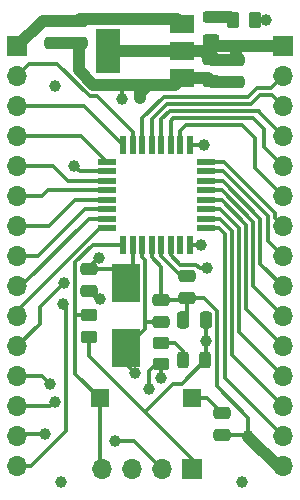
<source format=gbr>
%TF.GenerationSoftware,KiCad,Pcbnew,(6.0.2)*%
%TF.CreationDate,2022-05-10T09:18:46+02:00*%
%TF.ProjectId,STM8_Breakout-board,53544d38-5f42-4726-9561-6b6f75742d62,rev?*%
%TF.SameCoordinates,PX7e5ca20PY62fdcc0*%
%TF.FileFunction,Copper,L1,Top*%
%TF.FilePolarity,Positive*%
%FSLAX46Y46*%
G04 Gerber Fmt 4.6, Leading zero omitted, Abs format (unit mm)*
G04 Created by KiCad (PCBNEW (6.0.2)) date 2022-05-10 09:18:46*
%MOMM*%
%LPD*%
G01*
G04 APERTURE LIST*
G04 Aperture macros list*
%AMRoundRect*
0 Rectangle with rounded corners*
0 $1 Rounding radius*
0 $2 $3 $4 $5 $6 $7 $8 $9 X,Y pos of 4 corners*
0 Add a 4 corners polygon primitive as box body*
4,1,4,$2,$3,$4,$5,$6,$7,$8,$9,$2,$3,0*
0 Add four circle primitives for the rounded corners*
1,1,$1+$1,$2,$3*
1,1,$1+$1,$4,$5*
1,1,$1+$1,$6,$7*
1,1,$1+$1,$8,$9*
0 Add four rect primitives between the rounded corners*
20,1,$1+$1,$2,$3,$4,$5,0*
20,1,$1+$1,$4,$5,$6,$7,0*
20,1,$1+$1,$6,$7,$8,$9,0*
20,1,$1+$1,$8,$9,$2,$3,0*%
G04 Aperture macros list end*
%TA.AperFunction,SMDPad,CuDef*%
%ADD10C,1.000000*%
%TD*%
%TA.AperFunction,SMDPad,CuDef*%
%ADD11RoundRect,0.250000X-0.450000X0.262500X-0.450000X-0.262500X0.450000X-0.262500X0.450000X0.262500X0*%
%TD*%
%TA.AperFunction,SMDPad,CuDef*%
%ADD12RoundRect,0.250000X-0.475000X0.250000X-0.475000X-0.250000X0.475000X-0.250000X0.475000X0.250000X0*%
%TD*%
%TA.AperFunction,SMDPad,CuDef*%
%ADD13RoundRect,0.243750X-0.243750X-0.456250X0.243750X-0.456250X0.243750X0.456250X-0.243750X0.456250X0*%
%TD*%
%TA.AperFunction,SMDPad,CuDef*%
%ADD14RoundRect,0.250000X0.450000X-0.262500X0.450000X0.262500X-0.450000X0.262500X-0.450000X-0.262500X0*%
%TD*%
%TA.AperFunction,SMDPad,CuDef*%
%ADD15RoundRect,0.250000X-0.262500X-0.450000X0.262500X-0.450000X0.262500X0.450000X-0.262500X0.450000X0*%
%TD*%
%TA.AperFunction,SMDPad,CuDef*%
%ADD16RoundRect,0.243750X-0.456250X0.243750X-0.456250X-0.243750X0.456250X-0.243750X0.456250X0.243750X0*%
%TD*%
%TA.AperFunction,SMDPad,CuDef*%
%ADD17R,0.550000X1.500000*%
%TD*%
%TA.AperFunction,SMDPad,CuDef*%
%ADD18R,1.500000X0.550000*%
%TD*%
%TA.AperFunction,SMDPad,CuDef*%
%ADD19RoundRect,0.250000X0.250000X0.475000X-0.250000X0.475000X-0.250000X-0.475000X0.250000X-0.475000X0*%
%TD*%
%TA.AperFunction,SMDPad,CuDef*%
%ADD20R,2.000000X1.500000*%
%TD*%
%TA.AperFunction,SMDPad,CuDef*%
%ADD21R,2.000000X3.800000*%
%TD*%
%TA.AperFunction,SMDPad,CuDef*%
%ADD22RoundRect,0.250000X0.475000X-0.250000X0.475000X0.250000X-0.475000X0.250000X-0.475000X-0.250000X0*%
%TD*%
%TA.AperFunction,SMDPad,CuDef*%
%ADD23R,1.500000X1.500000*%
%TD*%
%TA.AperFunction,SMDPad,CuDef*%
%ADD24R,2.400000X3.325000*%
%TD*%
%TA.AperFunction,ComponentPad*%
%ADD25R,1.700000X1.700000*%
%TD*%
%TA.AperFunction,ComponentPad*%
%ADD26O,1.700000X1.700000*%
%TD*%
%TA.AperFunction,ViaPad*%
%ADD27C,1.000000*%
%TD*%
%TA.AperFunction,Conductor*%
%ADD28C,0.300000*%
%TD*%
%TA.AperFunction,Conductor*%
%ADD29C,1.000000*%
%TD*%
G04 APERTURE END LIST*
D10*
%TO.P,FID3,*%
%TO.N,*%
X20510000Y1490000D03*
%TD*%
%TO.P,FID2,*%
%TO.N,*%
X4740000Y35000000D03*
%TD*%
%TO.P,FID1,*%
%TO.N,*%
X5220000Y1490000D03*
%TD*%
D11*
%TO.P,R3,1*%
%TO.N,Net-(D2-Pad1)*%
X13700000Y13312500D03*
%TO.P,R3,2*%
%TO.N,PE5*%
X13700000Y11487500D03*
%TD*%
D12*
%TO.P,C7,1*%
%TO.N,+5V*%
X4500000Y40550000D03*
%TO.P,C7,2*%
%TO.N,GND*%
X4500000Y38650000D03*
%TD*%
D13*
%TO.P,D2,1,K*%
%TO.N,Net-(D2-Pad1)*%
X15562500Y11800000D03*
%TO.P,D2,2,A*%
%TO.N,+3V3*%
X17437500Y11800000D03*
%TD*%
D14*
%TO.P,R1,1*%
%TO.N,+3V3*%
X7600000Y13800000D03*
%TO.P,R1,2*%
%TO.N,NRST*%
X7600000Y15625000D03*
%TD*%
D15*
%TO.P,R2,1*%
%TO.N,Net-(D1-Pad1)*%
X19787500Y40600000D03*
%TO.P,R2,2*%
%TO.N,GND*%
X21612500Y40600000D03*
%TD*%
D12*
%TO.P,C2,1*%
%TO.N,XTAL_A*%
X7600000Y19550000D03*
%TO.P,C2,2*%
%TO.N,GND*%
X7600000Y17650000D03*
%TD*%
%TO.P,C6,1*%
%TO.N,+5V*%
X6700000Y40550000D03*
%TO.P,C6,2*%
%TO.N,GND*%
X6700000Y38650000D03*
%TD*%
%TO.P,C8,1*%
%TO.N,+3V3*%
X17900000Y37350000D03*
%TO.P,C8,2*%
%TO.N,GND*%
X17900000Y35450000D03*
%TD*%
D16*
%TO.P,D1,1,K*%
%TO.N,Net-(D1-Pad1)*%
X17900000Y40837500D03*
%TO.P,D1,2,A*%
%TO.N,+3V3*%
X17900000Y38962500D03*
%TD*%
D12*
%TO.P,C1,1*%
%TO.N,Net-(C1-Pad1)*%
X18800000Y7350000D03*
%TO.P,C1,2*%
%TO.N,GND*%
X18800000Y5450000D03*
%TD*%
D17*
%TO.P,U1,1,NRST*%
%TO.N,NRST*%
X10500000Y21600000D03*
%TO.P,U1,2,OSCIN/PA1*%
%TO.N,XTAL_A*%
X11300000Y21600000D03*
%TO.P,U1,3,OSCOUT/PA2*%
%TO.N,XTAL_B*%
X12100000Y21600000D03*
%TO.P,U1,4,VSS*%
%TO.N,GND*%
X12900000Y21600000D03*
%TO.P,U1,5,VCAP*%
%TO.N,Net-(C4-Pad1)*%
X13700000Y21600000D03*
%TO.P,U1,6,VDD*%
%TO.N,+3V3*%
X14500000Y21600000D03*
%TO.P,U1,7,PA3/TIM2_CH3[SPI_NSS]*%
%TO.N,unconnected-(U1-Pad7)*%
X15300000Y21600000D03*
%TO.P,U1,8,PF4*%
%TO.N,PF4*%
X16100000Y21600000D03*
D18*
%TO.P,U1,9,PB7*%
%TO.N,PB7*%
X17500000Y23000000D03*
%TO.P,U1,10,PB6*%
%TO.N,PB6*%
X17500000Y23800000D03*
%TO.P,U1,11,PB5/I2C_SDA*%
%TO.N,PB5*%
X17500000Y24600000D03*
%TO.P,U1,12,PB4/I2C_SCL*%
%TO.N,PB4*%
X17500000Y25400000D03*
%TO.P,U1,13,PB3/AIN3/TIM1_ETR*%
%TO.N,PB3*%
X17500000Y26200000D03*
%TO.P,U1,14,PB2/AIN2/TIM1_CH3N*%
%TO.N,PB2*%
X17500000Y27000000D03*
%TO.P,U1,15,PB1/AIN1/TIM1_CH2N*%
%TO.N,PB1*%
X17500000Y27800000D03*
%TO.P,U1,16,PB0/AIN0/TIM1_CH1N*%
%TO.N,PB0*%
X17500000Y28600000D03*
D17*
%TO.P,U1,17,PE5/SPI_NSS*%
%TO.N,PE5*%
X16100000Y30000000D03*
%TO.P,U1,18,PC1/TIM1_CH1/UART1_CK*%
%TO.N,PC1*%
X15300000Y30000000D03*
%TO.P,U1,19,PC2/TIM1_CH2*%
%TO.N,PC2*%
X14500000Y30000000D03*
%TO.P,U1,20,PC3/TIM1_CH3*%
%TO.N,PC3*%
X13700000Y30000000D03*
%TO.P,U1,21,PC4/TIM1_CH4/CLK_CCO*%
%TO.N,PC4*%
X12900000Y30000000D03*
%TO.P,U1,22,PC5/SPI_SCK*%
%TO.N,PC5*%
X12100000Y30000000D03*
%TO.P,U1,23,PC6/SPI_MOSI*%
%TO.N,PC6*%
X11300000Y30000000D03*
%TO.P,U1,24,PC7/SPI_MISO*%
%TO.N,PC7*%
X10500000Y30000000D03*
D18*
%TO.P,U1,25,PD0/TIM1_BKIN[CLK_CCO]*%
%TO.N,PD0*%
X9100000Y28600000D03*
%TO.P,U1,26,PD1/SWIM*%
%TO.N,SWIM*%
X9100000Y27800000D03*
%TO.P,U1,27,PD2[TIM2_CH3]*%
%TO.N,PD2*%
X9100000Y27000000D03*
%TO.P,U1,28,PD3/TIM2_CH2/ADC_ETR*%
%TO.N,PD3*%
X9100000Y26200000D03*
%TO.P,U1,29,PD4/BEEP/TIM2_CH1*%
%TO.N,PD4*%
X9100000Y25400000D03*
%TO.P,U1,30,PD5/UART1_TX*%
%TO.N,PD5*%
X9100000Y24600000D03*
%TO.P,U1,31,PD6/UART1_RX*%
%TO.N,PD6*%
X9100000Y23800000D03*
%TO.P,U1,32,PD7/TLI[TIM1_CH4]*%
%TO.N,PD7*%
X9100000Y23000000D03*
%TD*%
D19*
%TO.P,C5,1*%
%TO.N,+3V3*%
X17450000Y15200000D03*
%TO.P,C5,2*%
%TO.N,GND*%
X15550000Y15200000D03*
%TD*%
D20*
%TO.P,U2,1,GND*%
%TO.N,GND*%
X15450000Y35700000D03*
%TO.P,U2,2,VO*%
%TO.N,+3V3*%
X15450000Y38000000D03*
D21*
X9150000Y38000000D03*
D20*
%TO.P,U2,3,VI*%
%TO.N,+5V*%
X15450000Y40300000D03*
%TD*%
D12*
%TO.P,C9,1*%
%TO.N,+3V3*%
X20000000Y37250000D03*
%TO.P,C9,2*%
%TO.N,GND*%
X20000000Y35350000D03*
%TD*%
D22*
%TO.P,C3,1*%
%TO.N,XTAL_B*%
X13700000Y15050000D03*
%TO.P,C3,2*%
%TO.N,GND*%
X13700000Y16950000D03*
%TD*%
D23*
%TO.P,SW1,1,1*%
%TO.N,Net-(C1-Pad1)*%
X16300000Y8600000D03*
%TO.P,SW1,2,2*%
%TO.N,NRST*%
X8500000Y8600000D03*
%TD*%
D12*
%TO.P,C4,1*%
%TO.N,Net-(C4-Pad1)*%
X15900000Y18950000D03*
%TO.P,C4,2*%
%TO.N,GND*%
X15900000Y17050000D03*
%TD*%
D24*
%TO.P,Y1,1,1*%
%TO.N,XTAL_A*%
X10700000Y18362500D03*
%TO.P,Y1,2,2*%
%TO.N,XTAL_B*%
X10700000Y12837500D03*
%TD*%
D25*
%TO.P,J1,1,Pin_1*%
%TO.N,+3V3*%
X24000000Y38420000D03*
D26*
%TO.P,J1,2,Pin_2*%
%TO.N,PC5*%
X24000000Y35880000D03*
%TO.P,J1,3,Pin_3*%
%TO.N,PC4*%
X24000000Y33340000D03*
%TO.P,J1,4,Pin_4*%
%TO.N,PC3*%
X24000000Y30800000D03*
%TO.P,J1,5,Pin_5*%
%TO.N,PC2*%
X24000000Y28260000D03*
%TO.P,J1,6,Pin_6*%
%TO.N,PC1*%
X24000000Y25720000D03*
%TO.P,J1,7,Pin_7*%
%TO.N,PB0*%
X24000000Y23180000D03*
%TO.P,J1,8,Pin_8*%
%TO.N,PB1*%
X24000000Y20640000D03*
%TO.P,J1,9,Pin_9*%
%TO.N,PB2*%
X24000000Y18100000D03*
%TO.P,J1,10,Pin_10*%
%TO.N,PB3*%
X24000000Y15560000D03*
%TO.P,J1,11,Pin_11*%
%TO.N,PB4*%
X24000000Y13020000D03*
%TO.P,J1,12,Pin_12*%
%TO.N,PB5*%
X24000000Y10480000D03*
%TO.P,J1,13,Pin_13*%
%TO.N,PB6*%
X24000000Y7940000D03*
%TO.P,J1,14,Pin_14*%
%TO.N,PB7*%
X24000000Y5400000D03*
%TO.P,J1,15,Pin_15*%
%TO.N,GND*%
X24000000Y2860000D03*
%TD*%
D25*
%TO.P,J2,1,Pin_1*%
%TO.N,+3V3*%
X16300000Y2600000D03*
D26*
%TO.P,J2,2,Pin_2*%
%TO.N,SWIM*%
X13760000Y2600000D03*
%TO.P,J2,3,Pin_3*%
%TO.N,GND*%
X11220000Y2600000D03*
%TO.P,J2,4,Pin_4*%
%TO.N,NRST*%
X8680000Y2600000D03*
%TD*%
D25*
%TO.P,J3,1,Pin_1*%
%TO.N,+5V*%
X1500000Y38400000D03*
D26*
%TO.P,J3,2,Pin_2*%
%TO.N,PC6*%
X1500000Y35860000D03*
%TO.P,J3,3,Pin_3*%
%TO.N,PC7*%
X1500000Y33320000D03*
%TO.P,J3,4,Pin_4*%
%TO.N,PD0*%
X1500000Y30780000D03*
%TO.P,J3,5,Pin_5*%
%TO.N,PD2*%
X1500000Y28240000D03*
%TO.P,J3,6,Pin_6*%
%TO.N,PD3*%
X1500000Y25700000D03*
%TO.P,J3,7,Pin_7*%
%TO.N,PD4*%
X1500000Y23160000D03*
%TO.P,J3,8,Pin_8*%
%TO.N,PD5*%
X1500000Y20620000D03*
%TO.P,J3,9,Pin_9*%
%TO.N,PD6*%
X1500000Y18080000D03*
%TO.P,J3,10,Pin_10*%
%TO.N,PD7*%
X1500000Y15540000D03*
%TO.P,J3,11,Pin_11*%
%TO.N,XTAL_A*%
X1500000Y13000000D03*
%TO.P,J3,12,Pin_12*%
%TO.N,XTAL_B*%
X1500000Y10460000D03*
%TO.P,J3,13,Pin_13*%
%TO.N,PE5*%
X1500000Y7920000D03*
%TO.P,J3,14,Pin_14*%
%TO.N,PF4*%
X1500000Y5380000D03*
%TO.P,J3,15,Pin_15*%
%TO.N,GND*%
X1500000Y2840000D03*
%TD*%
D27*
%TO.N,GND*%
X21050978Y5425978D03*
X10400000Y33900000D03*
X22600000Y40600000D03*
X5337500Y16562500D03*
X11900000Y34000000D03*
X8525000Y16975000D03*
%TO.N,XTAL_A*%
X5425000Y18325000D03*
X8400000Y20500000D03*
%TO.N,XTAL_B*%
X4271494Y9828506D03*
X11500000Y10700000D03*
%TO.N,+3V3*%
X17450000Y13425000D03*
X22220000Y38420000D03*
X17600000Y19600000D03*
%TO.N,SWIM*%
X6325000Y28275000D03*
X9800000Y5000000D03*
%TO.N,PE5*%
X13700000Y10300000D03*
X17300000Y30000000D03*
X4662500Y8262500D03*
X12700000Y9400000D03*
%TO.N,PF4*%
X17050000Y21600000D03*
X3850000Y5600000D03*
%TD*%
D28*
%TO.N,PC6*%
X2510000Y36870000D02*
X1500000Y35860000D01*
X8273542Y34150480D02*
X7629520Y34150480D01*
X11300000Y31124022D02*
X8273542Y34150480D01*
X7629520Y34150480D02*
X4910000Y36870000D01*
X11300000Y30000000D02*
X11300000Y31124022D01*
D29*
%TO.N,GND*%
X7952100Y35100000D02*
X10200000Y35100000D01*
D28*
%TO.N,PC6*%
X4910000Y36870000D02*
X2510000Y36870000D01*
D29*
%TO.N,GND*%
X6700000Y36352100D02*
X7952100Y35100000D01*
X6700000Y38650000D02*
X6700000Y36352100D01*
D28*
%TO.N,Net-(C1-Pad1)*%
X17550000Y8600000D02*
X16300000Y8600000D01*
X18800000Y7350000D02*
X17550000Y8600000D01*
%TO.N,GND*%
X21612500Y40600000D02*
X22600000Y40600000D01*
X20951956Y5450000D02*
X21050978Y5350978D01*
X8525000Y16975000D02*
X8275000Y16975000D01*
X15900000Y17050000D02*
X15900000Y15550000D01*
D29*
X11900000Y34400000D02*
X11900000Y34000000D01*
D28*
X18399520Y16000480D02*
X18399520Y9600480D01*
X13700000Y16950000D02*
X15800000Y16950000D01*
X21050978Y6949022D02*
X21050978Y5425978D01*
X2702081Y2840000D02*
X1500000Y2840000D01*
X15800000Y16950000D02*
X15900000Y17050000D01*
X15900000Y15550000D02*
X15550000Y15200000D01*
D29*
X12600000Y35100000D02*
X14850000Y35100000D01*
D28*
X13700000Y19750000D02*
X13700000Y16950000D01*
D29*
X4500000Y38650000D02*
X6700000Y38650000D01*
X18000000Y35350000D02*
X17900000Y35450000D01*
D28*
X10400000Y33900000D02*
X10400000Y34900000D01*
D29*
X10200000Y35100000D02*
X12600000Y35100000D01*
D28*
X5337500Y16562500D02*
X5649501Y16250499D01*
X5649501Y5787420D02*
X2702081Y2840000D01*
X12900000Y21600000D02*
X12900000Y20550000D01*
D29*
X20000000Y35350000D02*
X18000000Y35350000D01*
D28*
X21050978Y5425978D02*
X21050978Y5350978D01*
X10400000Y34900000D02*
X10200000Y35100000D01*
D29*
X14850000Y35100000D02*
X15450000Y35700000D01*
X24000000Y2860000D02*
X23541956Y2860000D01*
X15450000Y35700000D02*
X17650000Y35700000D01*
D28*
X18399520Y9600480D02*
X21050978Y6949022D01*
D29*
X23541956Y2860000D02*
X21050978Y5350978D01*
D28*
X5649501Y16250499D02*
X5649501Y5787420D01*
X18800000Y5450000D02*
X20951956Y5450000D01*
D29*
X12600000Y35100000D02*
X11900000Y34400000D01*
D28*
X8275000Y16975000D02*
X7600000Y17650000D01*
D29*
X17650000Y35700000D02*
X17900000Y35450000D01*
D28*
X17350000Y17050000D02*
X18399520Y16000480D01*
X15900000Y17050000D02*
X17350000Y17050000D01*
X12900000Y20550000D02*
X13700000Y19750000D01*
%TO.N,XTAL_A*%
X5400000Y18300000D02*
X3400000Y16300000D01*
X7600000Y19550000D02*
X7600000Y19700000D01*
X3400000Y14900000D02*
X1500000Y13000000D01*
X11300000Y18962500D02*
X11300000Y21600000D01*
X10700000Y18362500D02*
X11300000Y18962500D01*
X7600000Y19700000D02*
X8400000Y20500000D01*
X9512500Y19550000D02*
X10700000Y18362500D01*
X3400000Y16300000D02*
X3400000Y14900000D01*
X7600000Y19550000D02*
X9512500Y19550000D01*
%TO.N,XTAL_B*%
X1500000Y10460000D02*
X3596013Y10460000D01*
X10700000Y12837500D02*
X10700000Y11500000D01*
X12349511Y20300489D02*
X12100000Y20550000D01*
X12450000Y15050000D02*
X12349511Y14949511D01*
X10700000Y12837500D02*
X12349511Y14487011D01*
X10700000Y11500000D02*
X11500000Y10700000D01*
X12349511Y14949511D02*
X12349511Y20300489D01*
X3596013Y10460000D02*
X4249500Y9806513D01*
X12100000Y20550000D02*
X12100000Y21600000D01*
X12349511Y14487011D02*
X12349511Y14949511D01*
X13700000Y15050000D02*
X12450000Y15050000D01*
%TO.N,Net-(C4-Pad1)*%
X15900000Y18950000D02*
X15347836Y18950000D01*
X13700000Y20597836D02*
X13700000Y21600000D01*
X15347836Y18950000D02*
X13700000Y20597836D01*
%TO.N,+3V3*%
X12337989Y7437989D02*
X16300000Y3475978D01*
D29*
X20000000Y38300000D02*
X20120000Y38420000D01*
X17900000Y38962500D02*
X17900000Y38200000D01*
D28*
X17450000Y11812500D02*
X17437500Y11800000D01*
X16664270Y19900000D02*
X16964270Y19600000D01*
X17450000Y13425000D02*
X17450000Y11812500D01*
D29*
X18000000Y37250000D02*
X17900000Y37350000D01*
D28*
X7600000Y13800000D02*
X7600000Y12175978D01*
D29*
X24000000Y38420000D02*
X22220000Y38420000D01*
D28*
X14699511Y9799511D02*
X12337989Y7437989D01*
D29*
X20120000Y38420000D02*
X18120000Y38420000D01*
X17762500Y37487500D02*
X17900000Y37350000D01*
X18120000Y38420000D02*
X17900000Y38200000D01*
D28*
X14500000Y21600000D02*
X14500000Y20700000D01*
D29*
X22220000Y38420000D02*
X20120000Y38420000D01*
X15450000Y38000000D02*
X17250000Y38000000D01*
X17250000Y38000000D02*
X17900000Y37350000D01*
D28*
X15437011Y9799511D02*
X14699511Y9799511D01*
D29*
X20000000Y37250000D02*
X20000000Y38300000D01*
D28*
X14500000Y20700000D02*
X15300000Y19900000D01*
X17450000Y13550000D02*
X17450000Y13425000D01*
X7600000Y12175978D02*
X12337989Y7437989D01*
X15300000Y19900000D02*
X16664270Y19900000D01*
X16964270Y19600000D02*
X17600000Y19600000D01*
X17437500Y11800000D02*
X15437011Y9799511D01*
X16300000Y3475978D02*
X16300000Y2600000D01*
D29*
X17900000Y38200000D02*
X17900000Y37350000D01*
X9150000Y38000000D02*
X15450000Y38000000D01*
D28*
X17450000Y15200000D02*
X17450000Y13550000D01*
D29*
X20000000Y37250000D02*
X18000000Y37250000D01*
%TO.N,+5V*%
X1500000Y38400000D02*
X3650000Y40550000D01*
X6700000Y40550000D02*
X6849511Y40699511D01*
X15050489Y40699511D02*
X15450000Y40300000D01*
X4500000Y40550000D02*
X6700000Y40550000D01*
X3650000Y40550000D02*
X4500000Y40550000D01*
X6849511Y40699511D02*
X15050489Y40699511D01*
%TO.N,Net-(D1-Pad1)*%
X17900000Y40837500D02*
X19550000Y40837500D01*
X19550000Y40837500D02*
X19787500Y40600000D01*
D28*
%TO.N,Net-(D2-Pad1)*%
X14887500Y13312500D02*
X15562500Y12637500D01*
X13700000Y13312500D02*
X14887500Y13312500D01*
X15562500Y12637500D02*
X15562500Y11800000D01*
%TO.N,PB0*%
X23298042Y23881958D02*
X24000000Y23180000D01*
X23298043Y24293300D02*
X23298042Y23881958D01*
X18991343Y28600000D02*
X23298043Y24293300D01*
X17500000Y28600000D02*
X18991343Y28600000D01*
%TO.N,PB1*%
X18943508Y27800000D02*
X22698532Y24044976D01*
X17500000Y27800000D02*
X18943508Y27800000D01*
X22698530Y21941470D02*
X24000000Y20640000D01*
X22698532Y24044976D02*
X22698530Y21941470D01*
%TO.N,PB2*%
X18895672Y27000000D02*
X22099021Y23796651D01*
X17500000Y27000000D02*
X18895672Y27000000D01*
X22099021Y20000979D02*
X24000000Y18100000D01*
X22099021Y23796651D02*
X22099021Y20000979D01*
%TO.N,PB3*%
X18847836Y26200000D02*
X21499510Y23548326D01*
X21499510Y23548326D02*
X21499510Y18060490D01*
X21499510Y18060490D02*
X24000000Y15560000D01*
X17500000Y26200000D02*
X18847836Y26200000D01*
%TO.N,PB4*%
X20899990Y23300010D02*
X20899990Y16120010D01*
X18800000Y25400000D02*
X20899990Y23300010D01*
X17500000Y25400000D02*
X18800000Y25400000D01*
X20899990Y16120010D02*
X24000000Y13020000D01*
%TO.N,PB5*%
X18695672Y24600000D02*
X20300000Y22995672D01*
X20300000Y22995672D02*
X20300000Y14180000D01*
X17500000Y24600000D02*
X18695672Y24600000D01*
X20300000Y14180000D02*
X24000000Y10480000D01*
%TO.N,PB6*%
X17500000Y23800000D02*
X18647836Y23800000D01*
X19700000Y12240000D02*
X24000000Y7940000D01*
X18647836Y23800000D02*
X19700000Y22747836D01*
X19700000Y22747836D02*
X19700000Y12240000D01*
%TO.N,PB7*%
X17500000Y23000000D02*
X18600000Y23000000D01*
X19100000Y10300000D02*
X24000000Y5400000D01*
X19100000Y22500000D02*
X19100000Y10300000D01*
X18600000Y23000000D02*
X19100000Y22500000D01*
%TO.N,PC1*%
X21600000Y28120000D02*
X24000000Y25720000D01*
X20498080Y31701920D02*
X21600000Y30600000D01*
X15300000Y30000000D02*
X15300000Y31200000D01*
X15801920Y31701920D02*
X20498080Y31701920D01*
X21600000Y30600000D02*
X21600000Y28120000D01*
X15300000Y31200000D02*
X15801920Y31701920D01*
%TO.N,PC2*%
X22400000Y29860000D02*
X24000000Y28260000D01*
X14701440Y32301440D02*
X21500000Y32301440D01*
X21500000Y32301440D02*
X22400000Y31401440D01*
X14500000Y30000000D02*
X14500000Y32100000D01*
X22400000Y31401440D02*
X22400000Y29860000D01*
X14500000Y32100000D02*
X14701440Y32301440D01*
%TO.N,PC3*%
X14396660Y32900960D02*
X21999040Y32900960D01*
X21999040Y32800960D02*
X24000000Y30800000D01*
X13700000Y30000000D02*
X13700000Y32204300D01*
X13700000Y32204300D02*
X14396660Y32900960D01*
X21999040Y32900960D02*
X21999040Y32800960D01*
%TO.N,PC4*%
X12900000Y32252150D02*
X14148330Y33500480D01*
X22100000Y34300000D02*
X23040000Y34300000D01*
X14148330Y33500480D02*
X21300480Y33500480D01*
X12900000Y30000000D02*
X12900000Y32252150D01*
X21300480Y33500480D02*
X22100000Y34300000D01*
X23040000Y34300000D02*
X24000000Y33340000D01*
%TO.N,PC5*%
X21800000Y34900000D02*
X23020000Y34900000D01*
X12100000Y30000000D02*
X12100000Y32300000D01*
X12100000Y32300000D02*
X13900000Y34100000D01*
X23020000Y34900000D02*
X24000000Y35880000D01*
X21000000Y34100000D02*
X21800000Y34900000D01*
X13900000Y34100000D02*
X21000000Y34100000D01*
%TO.N,SWIM*%
X6800000Y27800000D02*
X6325000Y28275000D01*
X9800000Y5000000D02*
X11360000Y5000000D01*
X11360000Y5000000D02*
X13760000Y2600000D01*
X9100000Y27800000D02*
X6800000Y27800000D01*
%TO.N,NRST*%
X6425480Y10674520D02*
X6500000Y10600000D01*
X6475000Y15625000D02*
X6425480Y15674520D01*
X8500000Y8600000D02*
X8500000Y2780000D01*
X7600000Y15625000D02*
X6475000Y15625000D01*
X10500000Y21600000D02*
X7935730Y21600000D01*
X8500000Y8600000D02*
X6500000Y10600000D01*
X6425480Y15674520D02*
X6425480Y10674520D01*
X8500000Y2780000D02*
X8680000Y2600000D01*
X7935730Y21600000D02*
X6425480Y20089750D01*
X6425480Y20089750D02*
X6425480Y15674520D01*
%TO.N,PC7*%
X10500000Y30000000D02*
X7180000Y33320000D01*
X7180000Y33320000D02*
X1500000Y33320000D01*
%TO.N,PD0*%
X6920000Y30780000D02*
X1500000Y30780000D01*
X9100000Y28600000D02*
X6920000Y30780000D01*
%TO.N,PD2*%
X5800000Y27000000D02*
X4560000Y28240000D01*
X9100000Y27000000D02*
X5800000Y27000000D01*
X4560000Y28240000D02*
X1500000Y28240000D01*
%TO.N,PD3*%
X3600000Y25700000D02*
X1500000Y25700000D01*
X4100000Y26200000D02*
X3600000Y25700000D01*
X9100000Y26200000D02*
X4100000Y26200000D01*
%TO.N,PD4*%
X6400000Y25400000D02*
X4160000Y23160000D01*
X4160000Y23160000D02*
X1500000Y23160000D01*
X9100000Y25400000D02*
X6400000Y25400000D01*
%TO.N,PD5*%
X3220000Y20620000D02*
X1500000Y20620000D01*
X7200000Y24600000D02*
X3220000Y20620000D01*
X9100000Y24600000D02*
X7200000Y24600000D01*
%TO.N,PD6*%
X1832164Y18080000D02*
X1500000Y18080000D01*
X7552164Y23800000D02*
X1832164Y18080000D01*
X9100000Y23800000D02*
X7552164Y23800000D01*
%TO.N,PD7*%
X1500000Y16012106D02*
X1500000Y15540000D01*
X9100000Y23000000D02*
X8487894Y23000000D01*
X8487894Y23000000D02*
X1500000Y16012106D01*
%TO.N,PE5*%
X13700000Y10300000D02*
X13700000Y11487500D01*
X13287500Y11487500D02*
X12700000Y10900000D01*
X4320000Y7920000D02*
X1500000Y7920000D01*
X4662500Y8262500D02*
X4320000Y7920000D01*
X13700000Y11487500D02*
X13287500Y11487500D01*
X12700000Y10900000D02*
X12700000Y9400000D01*
X16100000Y30000000D02*
X17300000Y30000000D01*
%TO.N,PF4*%
X1720000Y5600000D02*
X1500000Y5380000D01*
X16100000Y21600000D02*
X16900000Y21600000D01*
X3850000Y5600000D02*
X1720000Y5600000D01*
%TD*%
M02*

</source>
